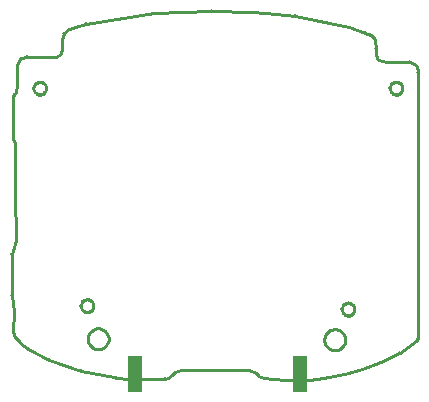
<source format=gbr>
G04*
G04 #@! TF.GenerationSoftware,Altium Limited,Altium Designer,24.6.1 (21)*
G04*
G04 Layer_Color=16711935*
%FSLAX44Y44*%
%MOMM*%
G71*
G04*
G04 #@! TF.SameCoordinates,46D9000B-954F-446C-B998-76B77EA3697B*
G04*
G04*
G04 #@! TF.FilePolarity,Positive*
G04*
G01*
G75*
%ADD89C,0.2540*%
%ADD90C,0.2540*%
%ADD91R,1.2500X3.1000*%
D89*
X338840Y225592D02*
G03*
X338194Y226487I-1251J-221D01*
G01*
X338840Y225592D02*
G03*
X338191Y226489I-1251J-221D01*
G01*
X333623Y228965D02*
G03*
X332998Y229120I-608J-1115D01*
G01*
X333620Y228967D02*
G03*
X332998Y229120I-605J-1117D01*
G01*
X339780Y220163D02*
G03*
X339761Y220384I-1270J0D01*
G01*
X339780Y220159D02*
G03*
X339780Y220163I-1270J3D01*
G01*
Y220159D02*
G03*
X339780Y220163I-1270J3D01*
G01*
D02*
G03*
X339761Y220384I-1270J0D01*
G01*
X327440Y229049D02*
G03*
X327421Y229049I16J-1270D01*
G01*
X327440Y229049D02*
G03*
X327421Y229049I16J-1270D01*
G01*
X326912Y206744D02*
G03*
X326913Y206699I1270J0D01*
G01*
X326912Y206745D02*
Y206744D01*
X325283Y210584D02*
G03*
X325321Y210547I898J898D01*
G01*
D02*
G03*
X325363Y210504I935J860D01*
G01*
X321310Y212079D02*
G03*
X321505Y212094I0J1270D01*
G01*
D02*
G03*
X321700Y212079I195J1255D01*
G01*
X325278Y210588D02*
G03*
X325321Y210547I903J894D01*
G01*
X321310Y212079D02*
G03*
X321505Y212094I0J1270D01*
G01*
D02*
G03*
X321700Y212079I195J1255D01*
G01*
X325321Y210547D02*
G03*
X325358Y210508I935J860D01*
G01*
X317737Y210500D02*
G03*
X317983Y210693I-657J1087D01*
G01*
X326913Y206699D02*
G03*
X326912Y206655I1269J-45D01*
G01*
X326913Y206700D02*
X326913Y206699D01*
X326912Y206744D02*
G03*
X326913Y206699I1270J0D01*
G01*
X326912Y206744D02*
G03*
X326913Y206700I1270J1D01*
G01*
X326912Y206745D02*
Y206744D01*
X326913Y206699D02*
G03*
X326912Y206655I1269J-45D01*
G01*
X326913Y206700D02*
X326913Y206699D01*
X325427Y203051D02*
G03*
X325286Y202885I894J-903D01*
G01*
D02*
G03*
X325125Y202749I737J-1035D01*
G01*
X325423Y203047D02*
G03*
X325286Y202885I898J-898D01*
G01*
D02*
G03*
X325120Y202745I737J-1035D01*
G01*
X318141Y202640D02*
G03*
X317749Y202909I-903J-894D01*
G01*
X318136Y202644D02*
G03*
X317749Y202909I-898J-898D01*
G01*
X321921Y201412D02*
G03*
X321505Y201342I0J-1270D01*
G01*
D02*
G03*
X321089Y201412I-416J-1200D01*
G01*
X321921D02*
G03*
X321505Y201342I0J-1270D01*
G01*
D02*
G03*
X321089Y201412I-416J-1200D01*
G01*
X317737Y210500D02*
G03*
X317979Y210689I-657J1087D01*
G01*
X317544Y210254D02*
G03*
X317737Y210500I-894J903D01*
G01*
X317548Y210259D02*
G03*
X317737Y210500I-898J898D01*
G01*
X316244Y206299D02*
G03*
X316180Y206699I-1270J0D01*
G01*
D02*
G03*
X316244Y207099I-1206J400D01*
G01*
X316180Y206699D02*
G03*
X316244Y207099I-1206J400D01*
G01*
Y206299D02*
G03*
X316180Y206699I-1270J0D01*
G01*
X235901Y268238D02*
G03*
X235736Y268263I-273J-1241D01*
G01*
X281441Y258321D02*
G03*
X281314Y258355I-394J-1208D01*
G01*
X235738Y268263D02*
G03*
X235734Y268264I-110J-1266D01*
G01*
X235898Y268239D02*
G03*
X235738Y268263I-270J-1241D01*
G01*
X295160Y253842D02*
G03*
X295116Y253857I-439J-1192D01*
G01*
X295157Y253843D02*
G03*
X295113Y253858I-435J-1193D01*
G01*
X281443Y258320D02*
G03*
X281317Y258355I-397J-1207D01*
G01*
X199027Y271426D02*
G03*
X198958Y271430I-111J-1265D01*
G01*
X199027Y271426D02*
G03*
X198958Y271430I-111J-1265D01*
G01*
X165209Y272541D02*
G03*
X165110Y272540I-42J-1270D01*
G01*
X165209Y272541D02*
G03*
X165110Y272540I-42J-1270D01*
G01*
X304246Y240049D02*
G03*
X304245Y240096I-1270J-12D01*
G01*
X304246Y240037D02*
G03*
X304246Y240049I-1270J0D01*
G01*
D02*
G03*
X304245Y240102I-1270J-12D01*
G01*
X300233Y251866D02*
G03*
X299771Y252160I-897J-899D01*
G01*
X300233Y251866D02*
G03*
X299767Y252161I-897J-899D01*
G01*
X303891Y247743D02*
G03*
X303519Y248589I-1269J-53D01*
G01*
X303891Y247748D02*
G03*
X303519Y248589I-1269J-59D01*
G01*
X317749Y202909D02*
G03*
X317483Y203297I-1163J-510D01*
G01*
X317749Y202909D02*
G03*
X317479Y203301I-1163J-510D01*
G01*
X284573Y23500D02*
G03*
X284678Y23380I1003J779D01*
G01*
X284453Y23605D02*
G03*
X284573Y23500I898J898D01*
G01*
X284449Y23609D02*
G03*
X284573Y23500I903J894D01*
G01*
X280782Y25033D02*
G03*
X281202Y24962I420J1199D01*
G01*
X280782Y25033D02*
G03*
X281202Y24962I420J1199D01*
G01*
X280362D02*
G03*
X280782Y25033I0J1270D01*
G01*
X280362Y24962D02*
G03*
X280782Y25033I0J1270D01*
G01*
X277046Y23463D02*
G03*
X277457Y23740I-491J1171D01*
G01*
X277046Y23463D02*
G03*
X277452Y23736I-491J1171D01*
G01*
X277025Y23455D02*
G03*
X277046Y23463I-471J1180D01*
G01*
X277025Y23454D02*
X277025Y23455D01*
X284573Y23500D02*
G03*
X284682Y23376I1003J779D01*
G01*
X277312Y15660D02*
G03*
X277019Y15881I-903J-894D01*
G01*
X277019Y23439D02*
G03*
X277025Y23454I-1174J486D01*
G01*
X276744Y23028D02*
G03*
X277019Y23439I-899J897D01*
G01*
X276744Y23028D02*
G03*
X277019Y23439I-899J897D01*
G01*
X277019Y15881D02*
G03*
X276803Y16169I-1114J-610D01*
G01*
X277019Y15881D02*
G03*
X276798Y16173I-1114J-610D01*
G01*
X280970Y14294D02*
G03*
X280781Y14280I0J-1270D01*
G01*
D02*
G03*
X280591Y14294I-190J-1256D01*
G01*
X280781Y14280D02*
G03*
X280591Y14294I-190J-1256D01*
G01*
X280970D02*
G03*
X280781Y14280I0J-1270D01*
G01*
X277307Y15665D02*
G03*
X277019Y15881I-898J-898D01*
G01*
X339693Y-5756D02*
G03*
X339710Y-5547I-1253J209D01*
G01*
X339693Y-5756D02*
G03*
X339710Y-5547I-1253J209D01*
G01*
X339232Y-7083D02*
G03*
X339587Y-6394I-898J898D01*
G01*
X338647Y-7633D02*
G03*
X338847Y-7469I-703J1058D01*
G01*
X339227Y-7087D02*
G03*
X339587Y-6394I-894J903D01*
G01*
X338647Y-7633D02*
G03*
X338842Y-7473I-703J1058D01*
G01*
X324266Y-17172D02*
G03*
X324405Y-17092I-564J1138D01*
G01*
X324266Y-17172D02*
G03*
X324405Y-17092I-564J1138D01*
G01*
X308416Y-25018D02*
G03*
X308536Y-24966I-443J1190D01*
G01*
X308416Y-25018D02*
G03*
X308536Y-24966I-443J1190D01*
G01*
X292626Y-30895D02*
G03*
X292721Y-30864I-349J1221D01*
G01*
X292628Y-30894D02*
G03*
X292721Y-30864I-350J1221D01*
G01*
X292625Y-30895D02*
G03*
X292628Y-30894I-347J1222D01*
G01*
X278272Y-6150D02*
G03*
X278272Y-6189I1270J-39D01*
G01*
Y-6110D02*
G03*
X278272Y-6150I1270J0D01*
G01*
X278272Y-6103D02*
G03*
X278272Y-6110I1270J-7D01*
G01*
X278272Y-6096D02*
G03*
X278272Y-6103I1270J-14D01*
G01*
X278272Y-6110D02*
G03*
X278272Y-6150I1270J0D01*
G01*
X278272Y-6103D02*
G03*
X278272Y-6110I1270J7D01*
G01*
X278272Y-6096D02*
G03*
X278272Y-6103I1270J0D01*
G01*
X278272Y-6150D02*
G03*
X278272Y-6189I1270J-39D01*
G01*
X277852Y-35111D02*
G03*
X277854Y-35110I-347J1222D01*
G01*
X277772Y-35131D02*
G03*
X277852Y-35111I-267J1242D01*
G01*
X277769Y-35132D02*
G03*
X277853Y-35111I-264J1242D01*
G01*
X275553Y19197D02*
G03*
X275460Y19675I-1270J0D01*
G01*
X275553Y20153D02*
G03*
X275553Y20154I-1270J1D01*
G01*
X275460Y19675D02*
G03*
X275553Y20153I-1177J479D01*
G01*
D02*
G03*
X275553Y20154I-1270J1D01*
G01*
X275460Y19675D02*
G03*
X275553Y20153I-1177J479D01*
G01*
Y19197D02*
G03*
X275460Y19675I-1270J0D01*
G01*
X264704Y-37942D02*
G03*
X264773Y-37929I-202J1254D01*
G01*
X264699Y-37943D02*
G03*
X264770Y-37930I-196J1255D01*
G01*
X254308Y-39615D02*
G03*
X254359Y-39607I-150J1261D01*
G01*
X247431Y-40433D02*
G03*
X247470Y-40429I-111J1265D01*
G01*
X247429Y-40434D02*
G03*
X247431Y-40433I-109J1266D01*
G01*
X254308Y-39615D02*
G03*
X254365Y-39606I-150J1261D01*
G01*
X247430Y-40434D02*
G03*
X247470Y-40429I-110J1266D01*
G01*
X244984Y-40646D02*
G03*
X244987Y-40646I-109J1266D01*
G01*
X244905Y-40651D02*
G03*
X244984Y-40646I-30J1270D01*
G01*
X244899Y-40651D02*
G03*
X244986Y-40646I-24J1270D01*
G01*
X215875Y-39701D02*
G03*
X216099Y-39729I269J1242D01*
G01*
X205170Y-37102D02*
G03*
X205885Y-37540I984J804D01*
G01*
X205166Y-37098D02*
G03*
X205885Y-37540I987J800D01*
G01*
X243307Y-40686D02*
G03*
X243387Y-40686I45J1269D01*
G01*
X215875Y-39701D02*
G03*
X216102Y-39729I269J1242D01*
G01*
X243305Y-40685D02*
G03*
X243382Y-40686I47J1269D01*
G01*
X116408Y270336D02*
G03*
X116273Y270323I57J-1269D01*
G01*
X116408Y270336D02*
G03*
X116269Y270322I57J-1269D01*
G01*
X58798Y261487D02*
G03*
X58613Y261445I189J-1256D01*
G01*
X58793Y261486D02*
G03*
X58613Y261445I193J-1256D01*
G01*
X49969Y258788D02*
G03*
X49885Y258759I373J-1214D01*
G01*
X49886Y258760D02*
G03*
X49884Y258759I456J-1186D01*
G01*
X49969Y258788D02*
G03*
X49886Y258760I373J-1214D01*
G01*
X45026Y256885D02*
G03*
X44707Y256705I458J-1185D01*
G01*
X45028Y256886D02*
G03*
X45026Y256885I456J-1186D01*
G01*
X44709Y256707D02*
G03*
X44705Y256704I776J-1006D01*
G01*
X45027Y256886D02*
G03*
X44709Y256707I457J-1185D01*
G01*
X40670Y253582D02*
G03*
X40228Y252925I779J-1003D01*
G01*
X40674Y253585D02*
G03*
X40670Y253582I776J-1006D01*
G01*
X40672Y253583D02*
G03*
X40228Y252925I777J-1005D01*
G01*
X38881Y248178D02*
G03*
X38837Y247927I1222J-347D01*
G01*
X38881Y248178D02*
G03*
X38837Y247924I1222J-347D01*
G01*
X38695Y246052D02*
G03*
X38691Y245954I1266J-99D01*
G01*
X38695Y246049D02*
G03*
X38691Y245954I1267J-96D01*
G01*
X19803Y212101D02*
G03*
X19972Y212090I169J1259D01*
G01*
X23597Y210525D02*
G03*
X23699Y210412I995J789D01*
G01*
X25146Y206900D02*
G03*
X25162Y206699I1270J0D01*
G01*
X23489Y210623D02*
G03*
X23597Y210525I898J898D01*
G01*
D02*
G03*
X23694Y210417I995J789D01*
G01*
X23484Y210627D02*
G03*
X23597Y210525I903J894D01*
G01*
X59802Y28081D02*
G03*
X60222Y28010I420J1199D01*
G01*
X59383D02*
G03*
X59802Y28081I0J1270D01*
G01*
D02*
G03*
X60222Y28010I420J1199D01*
G01*
X59383D02*
G03*
X59802Y28081I0J1270D01*
G01*
X59382Y28010D02*
X59383D01*
X25162Y206699D02*
G03*
X25146Y206499I1254J-201D01*
G01*
Y206900D02*
G03*
X25162Y206699I1270J0D01*
G01*
D02*
G03*
X25146Y206499I1254J-201D01*
G01*
X23779Y203179D02*
G03*
X23567Y202903I894J-903D01*
G01*
D02*
G03*
X23294Y202695I626J-1106D01*
G01*
X23774Y203175D02*
G03*
X23567Y202903I898J-898D01*
G01*
D02*
G03*
X23290Y202691I626J-1106D01*
G01*
X20245Y201422D02*
G03*
X19803Y201343I0J-1270D01*
G01*
Y212101D02*
G03*
X19972Y212090I169J1259D01*
G01*
X19634D02*
G03*
X19803Y212101I0J1270D01*
G01*
X19634Y212090D02*
G03*
X19803Y212101I0J1270D01*
G01*
X15899Y210386D02*
G03*
X16015Y210520I-898J898D01*
G01*
D02*
G03*
X16152Y210640I-765J1014D01*
G01*
X14455Y206699D02*
G03*
X14478Y206943I-1247J244D01*
G01*
Y206455D02*
G03*
X14455Y206699I-1270J0D01*
G01*
X16015Y210520D02*
G03*
X16148Y210635I-765J1014D01*
G01*
X9474Y233478D02*
G03*
X9223Y233456I-15J-1270D01*
G01*
X15895Y210382D02*
G03*
X16015Y210520I-894J903D01*
G01*
X9474Y233478D02*
G03*
X9223Y233456I-15J-1270D01*
G01*
X4157Y232499D02*
G03*
X3230Y231764I236J-1248D01*
G01*
X4157Y232499D02*
G03*
X3229Y231761I236J-1248D01*
G01*
X716Y226063D02*
G03*
X607Y225536I1161J-515D01*
G01*
X715Y226060D02*
G03*
X607Y225534I1162J-512D01*
G01*
X14478Y206455D02*
G03*
X14455Y206699I-1270J0D01*
G01*
D02*
G03*
X14478Y206943I-1247J244D01*
G01*
X16347Y202678D02*
G03*
X16042Y202905I-903J-894D01*
G01*
X16342Y202682D02*
G03*
X16042Y202905I-898J-898D01*
G01*
D02*
G03*
X15815Y203210I-1121J-598D01*
G01*
X16042Y202905D02*
G03*
X15819Y203205I-1121J-598D01*
G01*
X19803Y201343D02*
G03*
X19362Y201422I-441J-1191D01*
G01*
X20245D02*
G03*
X19803Y201343I0J-1270D01*
G01*
D02*
G03*
X19362Y201422I-441J-1191D01*
G01*
X-1835Y201349D02*
G03*
X-1892Y201255I1055J-707D01*
G01*
X-1837Y201346D02*
G03*
X-1895Y201251I1057J-705D01*
G01*
X-2457Y200233D02*
G03*
X-2612Y199724I1110J-618D01*
G01*
X-2683Y198912D02*
G03*
X-2688Y198799I1265J-113D01*
G01*
X-2459Y200228D02*
G03*
X-2613Y199722I1112J-614D01*
G01*
X-2683Y198909D02*
G03*
X-2688Y198799I1266J-110D01*
G01*
Y163939D02*
G03*
X-2586Y163440I1270J0D01*
G01*
X-2688Y163939D02*
G03*
X-2584Y163435I1270J0D01*
G01*
X-775Y119052D02*
G03*
X-775Y119049I1270J0D01*
G01*
Y119052D02*
G03*
X-775Y119049I1270J0D01*
G01*
X-3853Y66484D02*
G03*
X-3928Y66052I1195J-432D01*
G01*
X-3853Y66484D02*
G03*
X-3928Y66052I1195J-432D01*
G01*
Y31368D02*
G03*
X-3897Y31086I1270J0D01*
G01*
X-3928Y31368D02*
G03*
X-3897Y31086I1270J0D01*
G01*
X63593Y26548D02*
G03*
X63702Y26424I1003J779D01*
G01*
X63593Y26548D02*
G03*
X63698Y26428I1003J779D01*
G01*
X63473Y26653D02*
G03*
X63593Y26548I898J898D01*
G01*
X63469Y26657D02*
G03*
X63593Y26548I903J894D01*
G01*
X131866Y-36358D02*
G03*
X132120Y-36130I-713J1051D01*
G01*
X131861Y-36360D02*
G03*
X132120Y-36130I-709J1054D01*
G01*
X128026Y-38829D02*
G03*
X128522Y-38626I-221J1251D01*
G01*
X128026Y-38829D02*
G03*
X128518Y-38629I-221J1251D01*
G01*
X125641Y-39234D02*
G03*
X125847Y-39214I-16J1270D01*
G01*
X125638Y-39234D02*
G03*
X125847Y-39214I-12J1270D01*
G01*
X84367Y-38191D02*
G03*
X84415Y-38197I198J1255D01*
G01*
X82474Y-37898D02*
G03*
X82529Y-37908I248J1246D01*
G01*
X82474Y-37898D02*
G03*
X82534Y-37909I248J1246D01*
G01*
X96084Y-39588D02*
G03*
X96253Y-39597I150J1261D01*
G01*
X96084Y-39588D02*
G03*
X96250Y-39597I150J1261D01*
G01*
X84372Y-38192D02*
G03*
X84415Y-38197I193J1256D01*
G01*
X56066Y26511D02*
G03*
X56477Y26788I-491J1171D01*
G01*
X56038Y26487D02*
G03*
X56045Y26502I-1174J486D01*
G01*
X55764Y26076D02*
G03*
X56038Y26487I-899J897D01*
G01*
X56332Y18708D02*
G03*
X56039Y18929I-903J-894D01*
G01*
X54573Y22245D02*
G03*
X54480Y22723I-1270J0D01*
G01*
X54573Y23201D02*
G03*
X54573Y23202I-1270J1D01*
G01*
X54480Y22723D02*
G03*
X54573Y23201I-1177J479D01*
G01*
X56039Y18929D02*
G03*
X55823Y19217I-1114J-610D01*
G01*
X56066Y26511D02*
G03*
X56472Y26784I-491J1171D01*
G01*
X56045Y26503D02*
G03*
X56066Y26511I-471J1180D01*
G01*
X56045Y26502D02*
X56045Y26503D01*
X55764Y26076D02*
G03*
X56038Y26487I-899J897D01*
G01*
X54573Y22245D02*
G03*
X54480Y22723I-1270J0D01*
G01*
X54573Y23201D02*
G03*
X54573Y23202I-1270J1D01*
G01*
X54480Y22723D02*
G03*
X54573Y23201I-1177J479D01*
G01*
X56327Y18713D02*
G03*
X56039Y18929I-898J-898D01*
G01*
D02*
G03*
X55818Y19222I-1114J-610D01*
G01*
X59991Y17342D02*
G03*
X59801Y17328I0J-1270D01*
G01*
D02*
G03*
X59611Y17342I-190J-1256D01*
G01*
X59991D02*
G03*
X59801Y17328I0J-1270D01*
G01*
D02*
G03*
X59611Y17342I-190J-1256D01*
G01*
X-2079Y-2171D02*
G03*
X-1759Y-2891I1263J132D01*
G01*
X-2079Y-2171D02*
G03*
X-1761Y-2888I1263J132D01*
G01*
X-2440Y1398D02*
G03*
X-2433Y1230I1270J-37D01*
G01*
X-2440Y1398D02*
G03*
X-2433Y1230I1270J-37D01*
G01*
X54403Y-32288D02*
G03*
X54566Y-32332I411J1202D01*
G01*
X54401Y-32287D02*
G03*
X54566Y-32332I414J1201D01*
G01*
X27318Y-23000D02*
G03*
X27507Y-23082I598J1120D01*
G01*
X3163Y-8379D02*
G03*
X3327Y-8532I946J848D01*
G01*
X3161Y-8377D02*
G03*
X3327Y-8532I948J845D01*
G01*
X27318Y-23000D02*
G03*
X27505Y-23081I598J1120D01*
G01*
X9952Y-13705D02*
G03*
X10135Y-13824I782J1001D01*
G01*
X9952Y-13705D02*
G03*
X10135Y-13824I782J1001D01*
G01*
X338191Y226489D02*
X338194Y226487D01*
X333623Y228965D02*
X338191Y226489D01*
X333620Y228967D02*
X333623Y228965D01*
X338840Y225592D02*
X339761Y220384D01*
X327440Y229050D02*
X332998Y229120D01*
X339709Y189727D02*
X339780Y220160D01*
X326707Y208301D02*
X326912Y207271D01*
X326305Y209272D02*
X326707Y208301D01*
X325358Y210508D02*
X325363Y210504D01*
X325721Y210145D01*
X326305Y209272D01*
X313639Y228664D02*
X327421Y229049D01*
X321700Y212079D02*
X322104D01*
X324978Y210888D02*
X325278Y210588D01*
X325283Y210584D01*
X323134Y211874D02*
X324104Y211472D01*
X322104Y212079D02*
X323134Y211874D01*
X324104Y211472D02*
X324978Y210888D01*
X321053Y212079D02*
X321310D01*
X320022Y211874D02*
X321053Y212079D01*
X319052Y211472D02*
X320022Y211874D01*
X318178Y210888D02*
X319052Y211472D01*
X317983Y210693D02*
X318178Y210888D01*
X317978Y210689D02*
X317983Y210693D01*
X326912Y206745D02*
Y207271D01*
Y206744D02*
Y206745D01*
Y206220D02*
Y206654D01*
Y206744D02*
Y206745D01*
X326707Y205189D02*
X326912Y206220D01*
X326305Y204219D02*
X326707Y205189D01*
X325721Y203345D02*
X326305Y204219D01*
X325427Y203052D02*
X325721Y203345D01*
X325423Y203047D02*
X325427Y203052D01*
X325121Y202744D02*
X325125Y202749D01*
X324978Y202603D02*
X325121Y202744D01*
X324104Y202018D02*
X324978Y202603D01*
X323134Y201617D02*
X324104Y202018D01*
X322104Y201412D02*
X323134Y201617D01*
X321921Y201412D02*
X322104D01*
X318137Y202644D02*
X318141Y202640D01*
X318178Y202603D01*
X319052Y202018D02*
X320022Y201617D01*
X318178Y202603D02*
X319052Y202018D01*
X321053Y201412D02*
X321089D01*
X320022Y201617D02*
X321053Y201412D01*
X317544Y210254D02*
X317548Y210259D01*
X317435Y210145D02*
X317544Y210254D01*
X316851Y209272D02*
X317435Y210145D01*
X316450Y208301D02*
X316851Y209272D01*
X316244Y207271D02*
X316450Y208301D01*
X316244Y207099D02*
Y207271D01*
Y206220D02*
X316450Y205189D01*
X316244Y206220D02*
Y206299D01*
X281314Y258355D02*
X281317Y258355D01*
X235901Y268238D02*
X281314Y258355D01*
X235898Y268239D02*
X235901Y268238D01*
X235736Y268264D02*
X235738Y268263D01*
X235734Y268264D02*
X235736D01*
X211646Y270318D02*
X235734Y268264D01*
X295113Y253858D02*
X295116Y253857D01*
X281443Y258320D02*
X295113Y253858D01*
X281441Y258321D02*
X281443Y258320D01*
X299767Y252162D02*
X299771Y252160D01*
X295160Y253841D02*
X299767Y252162D01*
X295157Y253843D02*
X295160Y253841D01*
X199027Y271425D02*
X211649Y270318D01*
X165209Y272541D02*
X198958Y271430D01*
X304246Y240049D02*
X304297Y234647D01*
X306399Y230498D01*
X313639Y228664D01*
X300233Y251866D02*
X303519Y248589D01*
X303891Y247743D02*
Y247749D01*
Y247743D02*
X304245Y240102D01*
Y240096D02*
Y240102D01*
X317435Y203345D02*
X317479Y203301D01*
X317483Y203297D01*
X316851Y204219D02*
X317435Y203345D01*
X316450Y205189D02*
X316851Y204219D01*
X284287Y23771D02*
X284449Y23609D01*
X284453Y23605D01*
X282443Y24757D02*
X283414Y24355D01*
X284287Y23771D01*
X280362Y24962D02*
X280363D01*
X281413D02*
X282443Y24757D01*
X281202Y24962D02*
X281413D01*
X279331Y24757D02*
X280362Y24962D01*
X278361Y24355D02*
X279331Y24757D01*
X277487Y23771D02*
X278361Y24355D01*
X277457Y23740D02*
X277487Y23771D01*
X277452Y23736D02*
X277457Y23740D01*
X277019Y23439D02*
X277025Y23454D01*
X277045Y23463D01*
X277025Y23454D02*
X277025D01*
X284678Y23381D02*
X284682Y23376D01*
X285030Y23028D01*
X286016Y21184D02*
X286221Y20153D01*
Y19628D02*
Y20153D01*
X286016Y18072D02*
X286221Y19102D01*
Y19628D01*
X285030Y23028D02*
X285614Y22154D01*
X286016Y21184D01*
X339709Y189727D02*
Y189730D01*
Y189727D02*
X339710Y15497D01*
Y-5547D02*
Y15497D01*
X285614Y17101D02*
X286016Y18072D01*
X285030Y16228D02*
X285614Y17101D01*
X284287Y15485D02*
X285030Y16228D01*
X283414Y14901D02*
X284287Y15485D01*
X277487D02*
X278361Y14901D01*
X282443Y14499D02*
X283414Y14901D01*
X277307Y15665D02*
X277312Y15660D01*
X277487Y15485D01*
X281413Y14294D02*
X282443Y14499D01*
X280971Y14294D02*
X281413D01*
X280362D02*
X280591D01*
X278361Y14901D02*
X279331Y14499D01*
X280362Y14294D01*
X276161Y22154D02*
X276744Y23028D01*
X276161Y17101D02*
X276744Y16228D01*
X276798Y16174D01*
X276803Y16169D01*
X339587Y-6394D02*
X339693Y-5756D01*
X339228Y-7088D02*
X339232Y-7083D01*
X338847Y-7469D02*
X339228Y-7088D01*
X338842Y-7473D02*
X338847Y-7469D01*
X324405Y-17092D02*
X338647Y-7633D01*
X308536Y-24966D02*
X324266Y-17172D01*
X292721Y-30864D02*
X308415Y-25018D01*
X278272Y-6096D02*
Y-5231D01*
Y-6110D02*
Y-6096D01*
X277273Y-1938D02*
X277934Y-3536D01*
X276312Y-500D02*
X277273Y-1938D01*
X277934Y-3536D02*
X278272Y-5231D01*
X292626Y-30895D02*
X292628Y-30894D01*
X292625Y-30896D02*
X292626Y-30895D01*
X277855Y-35110D02*
X292625Y-30896D01*
X277853Y-35111D02*
X277855Y-35110D01*
X277852Y-35111D02*
X277853Y-35111D01*
X277934Y-8656D02*
X278272Y-6961D01*
Y-6189D01*
X277273Y-10254D02*
X277934Y-8656D01*
X276312Y-11692D02*
X277273Y-10254D01*
X277769Y-35132D02*
X277772Y-35131D01*
X264773Y-37929D02*
X277769Y-35132D01*
X264770Y-37930D02*
X264773Y-37929D01*
X275758Y21184D02*
X276161Y22154D01*
X275553Y20153D02*
X275758Y21184D01*
X275553Y19102D02*
Y19197D01*
Y19102D02*
X275758Y18072D01*
X276161Y17101D01*
X275090Y722D02*
X276312Y-500D01*
X273652Y1683D02*
X275090Y722D01*
X270359Y2682D02*
X272054Y2344D01*
X273652Y1683D01*
X268629Y2682D02*
X270359D01*
X266934Y2344D02*
X268629Y2682D01*
X265336Y1683D02*
X266934Y2344D01*
X263898Y722D02*
X265336Y1683D01*
X262676Y-500D02*
X263898Y722D01*
X261715Y-1938D02*
X262676Y-500D01*
X261054Y-3536D02*
X261715Y-1938D01*
X260716Y-6961D02*
X261054Y-8656D01*
X260716Y-5231D02*
X261054Y-3536D01*
X260716Y-6096D02*
Y-5231D01*
Y-6961D02*
Y-6096D01*
X275090Y-12914D02*
X276312Y-11692D01*
X273652Y-13875D02*
X275090Y-12914D01*
X263898D02*
X265336Y-13875D01*
X262676Y-11692D02*
X263898Y-12914D01*
X272054Y-14536D02*
X273652Y-13875D01*
X268629Y-14874D02*
X270359D01*
X272054Y-14536D01*
X266934D02*
X268629Y-14874D01*
X265336Y-13875D02*
X266934Y-14536D01*
X261054Y-8656D02*
X261715Y-10254D01*
X262676Y-11692D01*
X264699Y-37943D02*
X264705Y-37942D01*
X254365Y-39606D02*
X264699Y-37943D01*
X254360Y-39607D02*
X254365Y-39606D01*
X197235Y-31581D02*
X202666Y-34038D01*
X164773Y-31581D02*
X197235D01*
X202666Y-34038D02*
X205166Y-37098D01*
X205170Y-37102D01*
X139619Y-31581D02*
X164773D01*
X134088Y-33816D02*
X139619Y-31581D01*
X132120Y-36130D02*
X134088Y-33816D01*
X247470Y-40429D02*
X254308Y-39614D01*
X247430Y-40434D02*
X247432Y-40433D01*
X247429Y-40434D02*
X247430D01*
X244987Y-40646D02*
X247429Y-40434D01*
X244986Y-40646D02*
X244987D01*
X244984D02*
X244986D01*
X244899Y-40651D02*
X244905D01*
X243387Y-40686D02*
X244899Y-40651D01*
X243382Y-40686D02*
X243387D01*
X205885Y-37540D02*
X215875Y-39701D01*
X243305Y-40685D02*
X243308Y-40686D01*
X216102Y-39729D02*
X243305Y-40685D01*
X216099Y-39729D02*
X216102D01*
X116408Y270336D02*
X165110Y272540D01*
X116269Y270322D02*
X116273Y270323D01*
X58798Y261487D02*
X116269Y270322D01*
X58793Y261486D02*
X58798Y261487D01*
X49969Y258788D02*
X58613Y261445D01*
X49885Y258759D02*
X49887Y258759D01*
X49884Y258758D02*
X49885Y258759D01*
X45029Y256887D02*
X49884Y258758D01*
X45027Y256886D02*
X45029Y256887D01*
X45026Y256885D02*
X45027Y256886D01*
X44707Y256705D02*
X44709Y256707D01*
X44704Y256704D02*
X44707Y256705D01*
X40674Y253585D02*
X44704Y256704D01*
X40672Y253583D02*
X40674Y253585D01*
X40670Y253582D02*
X40672Y253583D01*
X38881Y248178D02*
X40227Y252925D01*
X38837Y247924D02*
Y247927D01*
X38695Y246052D02*
X38837Y247924D01*
X38695Y246049D02*
Y246052D01*
X38691Y240468D02*
Y245954D01*
X38170Y236176D02*
X38691Y240468D01*
X33721Y233307D02*
X38170Y236176D01*
X27459Y233265D02*
X33721Y233307D01*
X27447Y233265D02*
X27459D01*
X27471D01*
X9474Y233478D02*
X27459Y233265D01*
X21368Y211885D02*
X22338Y211483D01*
X20337Y212090D02*
X21368Y211885D01*
X22338Y211483D02*
X23212Y210899D01*
X23955Y210156D02*
X24539Y209282D01*
X24941Y208312D02*
X25146Y207281D01*
X24539Y209282D02*
X24941Y208312D01*
X23212Y210899D02*
X23484Y210627D01*
X23488Y210622D01*
X23695Y210417D02*
X23699Y210413D01*
X23955Y210156D01*
X60222Y28010D02*
X60433D01*
X59382D02*
X59383D01*
X25146Y206900D02*
Y207281D01*
Y206231D02*
Y206498D01*
X24941Y205200D02*
X25146Y206231D01*
X24539Y204230D02*
X24941Y205200D01*
X23955Y203356D02*
X24539Y204230D01*
X23779Y203179D02*
X23955Y203356D01*
X23774Y203175D02*
X23779Y203179D01*
X22338Y202029D02*
X23212Y202613D01*
X23290Y202691D02*
X23294Y202695D01*
X23212Y202613D02*
X23290Y202691D01*
X21368Y201627D02*
X22338Y202029D01*
X20337Y201423D02*
X21368Y201627D01*
X19972Y212090D02*
X20337D01*
X19287D02*
X19634D01*
X18256Y211885D02*
X19287Y212090D01*
X17286Y211483D02*
X18256Y211885D01*
X16412Y210899D02*
X17286Y211483D01*
X16152Y210640D02*
X16412Y210899D01*
X16148Y210635D02*
X16152Y210640D01*
X15895Y210382D02*
X15899Y210386D01*
X15669Y210156D02*
X15895Y210382D01*
X15085Y209282D02*
X15669Y210156D01*
X14683Y208312D02*
X15085Y209282D01*
X14478Y207281D02*
X14683Y208312D01*
X14478Y206943D02*
Y207281D01*
Y206231D02*
X14683Y205200D01*
X14478Y206231D02*
Y206455D01*
X14683Y205200D02*
X15085Y204230D01*
X4157Y232499D02*
X9223Y233456D01*
X3229Y231761D02*
X3230Y231764D01*
X716Y226063D02*
X3229Y231761D01*
X715Y226060D02*
X716Y226063D01*
X607Y225534D02*
Y225536D01*
Y225534D02*
X747Y209270D01*
X-485Y203374D02*
X747Y209270D01*
X16412Y202613D02*
X17286Y202029D01*
X16342Y202682D02*
X16347Y202678D01*
X16412Y202613D01*
X20244Y201423D02*
X20337D01*
X19287D02*
X19362D01*
X18256Y201627D02*
X19287Y201423D01*
X17286Y202029D02*
X18256Y201627D01*
X15085Y204230D02*
X15669Y203356D01*
X15815Y203210D01*
X15820Y203206D01*
X-1835Y201349D02*
X-485Y203374D01*
X-1837Y201346D02*
X-1835Y201349D01*
X-1895Y201251D02*
X-1892Y201255D01*
X-2457Y200232D02*
X-1895Y201251D01*
X-2459Y200228D02*
X-2457Y200232D01*
X-2613Y199722D02*
X-2612Y199724D01*
X-2683Y198912D02*
X-2613Y199722D01*
X-2683Y198909D02*
X-2683Y198912D01*
X-2586Y163440D02*
X-2584Y163435D01*
X-1121Y160010D01*
X-2688Y163939D02*
Y198800D01*
X-775Y119049D02*
X-669Y78660D01*
X-775Y119052D02*
X-775Y149569D01*
X-870Y74738D02*
X-669Y78660D01*
X-1121Y160010D02*
X-775Y149569D01*
X-3853Y66484D02*
X-870Y74738D01*
X-3928Y31369D02*
Y66053D01*
X65241Y22150D02*
Y22676D01*
Y23201D01*
X73500Y2445D02*
X74938Y1484D01*
X71902Y3106D02*
X73500Y2445D01*
X74938Y1484D02*
X76160Y262D01*
X68477Y3444D02*
X70207D01*
X71902Y3106D01*
X66782D02*
X68477Y3444D01*
X64634Y25202D02*
X65036Y24232D01*
X64050Y26076D02*
X64634Y25202D01*
X65036Y21120D02*
X65241Y22150D01*
X65036Y24232D02*
X65241Y23201D01*
X63307Y26819D02*
X63469Y26657D01*
X63473Y26653D01*
X63698Y26429D02*
X63702Y26424D01*
X64050Y26076D01*
X65184Y2445D02*
X66782Y3106D01*
X63746Y1484D02*
X65184Y2445D01*
X64634Y20149D02*
X65036Y21120D01*
X64050Y19276D02*
X64634Y20149D01*
X63307Y18533D02*
X64050Y19276D01*
X78120Y-5334D02*
Y-4469D01*
X77782Y-2774D02*
X78120Y-4469D01*
Y-6199D02*
Y-5334D01*
X77782Y-7894D02*
X78120Y-6199D01*
X131861Y-36361D02*
X131866Y-36358D01*
X128522Y-38626D02*
X131861Y-36361D01*
X128518Y-38629D02*
X128522Y-38626D01*
X125847Y-39215D02*
X128026Y-38829D01*
X125638Y-39234D02*
X125641D01*
X96253Y-39597D02*
X125638Y-39234D01*
X96250Y-39597D02*
X96253D01*
X84367Y-38191D02*
X84372Y-38191D01*
X82534Y-37909D02*
X84367Y-38191D01*
X82530Y-37908D02*
X82534Y-37909D01*
X84415Y-38198D02*
X96084Y-39588D01*
X77121Y-1176D02*
X77782Y-2774D01*
X77121Y-9492D02*
X77782Y-7894D01*
X76160Y262D02*
X77121Y-1176D01*
X76160Y-10930D02*
X77121Y-9492D01*
X74938Y-12152D02*
X76160Y-10930D01*
X73500Y-13113D02*
X74938Y-12152D01*
X63746D02*
X65184Y-13113D01*
X62524Y-10930D02*
X63746Y-12152D01*
X62524Y262D02*
X63746Y1484D01*
X71902Y-13774D02*
X73500Y-13113D01*
X68477Y-14112D02*
X70207D01*
X71902Y-13774D01*
X65184Y-13113D02*
X66782Y-13774D01*
X68477Y-14112D01*
X54566Y-32332D02*
X82474Y-37898D01*
X60433Y28010D02*
X61463Y27805D01*
X62434Y27403D01*
X58351Y27805D02*
X59382Y28010D01*
X62434Y27403D02*
X63307Y26819D01*
X57381Y27403D02*
X58351Y27805D01*
X56507Y26819D02*
X57381Y27403D01*
X56477Y26788D02*
X56507Y26819D01*
X56472Y26784D02*
X56477Y26788D01*
X56038Y26487D02*
X56045Y26502D01*
X56065Y26511D01*
X56045Y26502D02*
X56045D01*
X55181Y25202D02*
X55764Y26076D01*
X54778Y24232D02*
X55181Y25202D01*
X54573Y23201D02*
X54778Y24232D01*
X62434Y17949D02*
X63307Y18533D01*
X56327Y18713D02*
X56332Y18708D01*
X56507Y18533D01*
X57381Y17949D01*
X61463Y17547D02*
X62434Y17949D01*
X60433Y17342D02*
X61463Y17547D01*
X57381Y17949D02*
X58351Y17547D01*
X54573Y22150D02*
Y22245D01*
X55181Y20149D02*
X55764Y19276D01*
X54778Y21120D02*
X55181Y20149D01*
X54573Y22150D02*
X54778Y21120D01*
X55764Y19276D02*
X55819Y19222D01*
X55823Y19217D01*
X-3896Y31087D02*
X-2467Y24809D01*
X-1981Y17140D01*
X59991Y17342D02*
X60433D01*
X59382D02*
X59611D01*
X61563Y-1176D02*
X62524Y262D01*
X60902Y-7894D02*
X61563Y-9492D01*
X60902Y-2774D02*
X61563Y-1176D01*
Y-9492D02*
X62524Y-10930D01*
X60564Y-4469D02*
X60902Y-2774D01*
X60564Y-6199D02*
Y-5334D01*
Y-4469D01*
Y-6199D02*
X60902Y-7894D01*
X58351Y17547D02*
X59382Y17342D01*
X-2440Y1398D02*
X-1981Y17140D01*
X-2433Y1230D02*
X-2079Y-2171D01*
X54401Y-32287D02*
X54403Y-32288D01*
X27508Y-23082D02*
X54401Y-32287D01*
X27505Y-23081D02*
X27508Y-23082D01*
X3327Y-8532D02*
X9952Y-13705D01*
X-1761Y-2888D02*
X-1759Y-2891D01*
X3161Y-8376D01*
X3163Y-8379D01*
X10135Y-13824D02*
X27318Y-23000D01*
D90*
X326912Y206745D02*
D03*
D03*
X280362Y24962D02*
D03*
X277025Y23454D02*
D03*
X56045Y26502D02*
D03*
D91*
X239722Y-35238D02*
D03*
X100216Y-35238D02*
D03*
M02*

</source>
